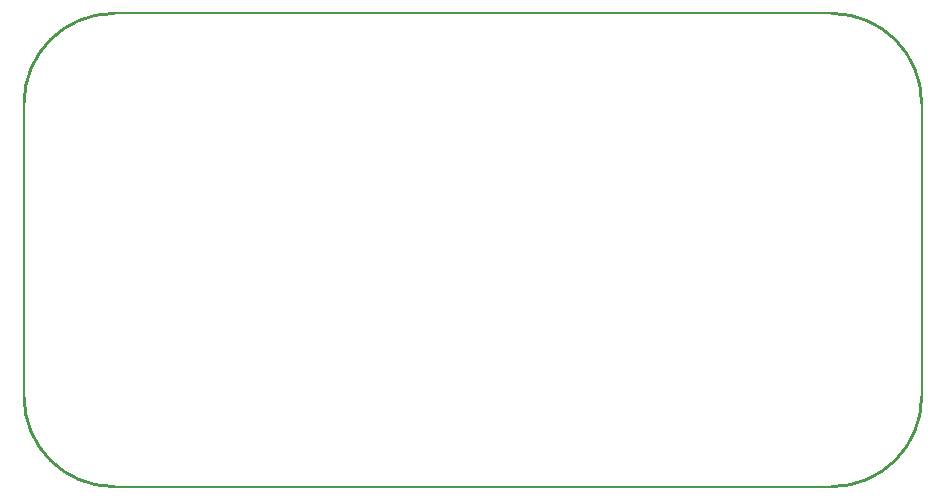
<source format=gko>
G04 Layer: BoardOutlineLayer*
G04 EasyEDA v6.5.23, 2023-05-27 11:47:03*
G04 dba0e08a7a4f4acbaa45d03accf02bcc,0a61cb7f7b51421fbede6d33e3e5ec82,10*
G04 Gerber Generator version 0.2*
G04 Scale: 100 percent, Rotated: No, Reflected: No *
G04 Dimensions in inches *
G04 leading zeros omitted , absolute positions ,3 integer and 6 decimal *
%FSLAX36Y36*%
%MOIN*%

%ADD10C,0.0060*%
%ADD11C,0.0100*%
D10*
X574810Y2677199D02*
G01*
X2968491Y2677199D01*
X2968491Y1099998D02*
G01*
X574810Y1099998D01*
X275601Y1399207D02*
G01*
X275601Y2377990D01*
X3267700Y2377990D02*
G01*
X3267700Y1399207D01*
D11*
G75*
G01*
X2968491Y2677200D02*
G02*
X3267701Y2377990I0J-299210D01*
G75*
G01*
X574811Y1099998D02*
G02*
X275601Y1399208I0J299210D01*
G75*
G01*
X275601Y2377990D02*
G02*
X574811Y2677200I299210J0D01*
G75*
G01*
X3267701Y1399208D02*
G02*
X2968491Y1099998I-299210J0D01*

%LPD*%
M02*

</source>
